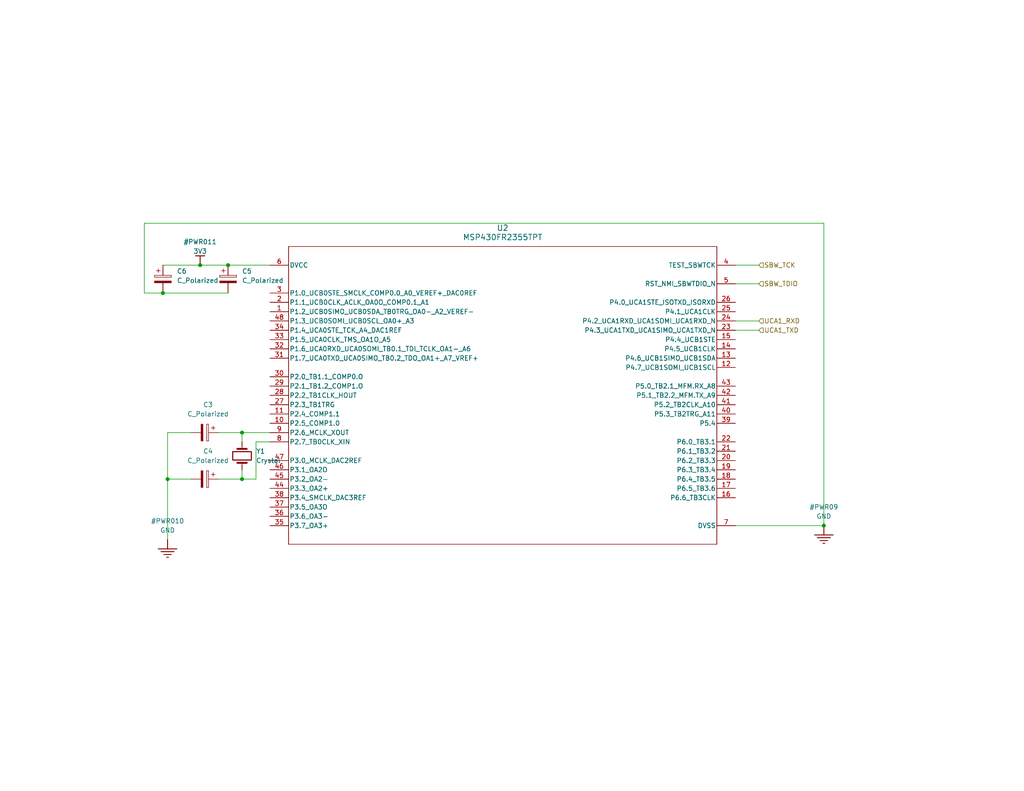
<source format=kicad_sch>
(kicad_sch (version 20230121) (generator eeschema)
  (paper "A")
  (lib_symbols
    (symbol "Device:C_Polarized" (pin_numbers hide) (pin_names (offset 0.254))
      (property "Reference" "C" (at 0.635 2.54 0))
      (property "Value" "C_Polarized" (at 0.635 -2.54 0))
      (symbol "C_Polarized_0_1"
        (rectangle (start -2.286 0.508) (end 2.286 1.016))
        (polyline (pts (xy -1.778 2.286) (xy -0.762 2.286)))
        (polyline (pts (xy -1.27 2.794) (xy -1.27 1.778)))
        (rectangle (start 2.286 -0.508) (end -2.286 -1.016) (fill (type outline)))
      )
      (symbol "C_Polarized_1_1"
        (pin passive line (at 0 3.81 270) (length 2.794) (name "~") (number "1"))
        (pin passive line (at 0 -3.81 90) (length 2.794) (name "~") (number "2"))
      )
    )
    (symbol "Device:Crystal" (pin_numbers hide) (pin_names (offset 1.016) hide)
      (property "Reference" "Y" (at 0 3.81 0))
      (property "Value" "Crystal" (at 0 -3.81 0))
      (symbol "Crystal_0_1"
        (rectangle (start -1.143 2.54) (end 1.143 -2.54) (stroke (width 0.3048)))
        (polyline (pts (xy -2.54 0) (xy -1.905 0)))
        (polyline (pts (xy -1.905 -1.27) (xy -1.905 1.27)) (stroke (width 0.508)))
        (polyline (pts (xy 1.905 -1.27) (xy 1.905 1.27)) (stroke (width 0.508)))
        (polyline (pts (xy 2.54 0) (xy 1.905 0)))
      )
      (symbol "Crystal_1_1"
        (pin passive line (at -3.81 0 0) (length 1.27) (name "1") (number "1"))
        (pin passive line (at 3.81 0 180) (length 1.27) (name "2") (number "2"))
      )
    )
    (symbol "MEB-altium-import:3V3" (power)
      (property "Reference" "#PWR" (at 0 0 0))
      (property "Value" "3V3" (at 0 3.81 0))
      (symbol "3V3_0_0"
        (polyline (pts (xy -1.27 -2.54) (xy 1.27 -2.54)) (stroke (width 0.254)))
        (polyline (pts (xy 0 0) (xy 0 -2.54)) (stroke (width 0.254)))
        (pin power_in line (at 0 0 0) (length 0) hide (name "3V3") (number ""))
      )
    )
    (symbol "MEB-altium-import:GND" (power)
      (property "Reference" "#PWR" (at 0 0 0))
      (property "Value" "GND" (at 0 6.35 0))
      (symbol "GND_0_0"
        (polyline (pts (xy -2.54 -2.54) (xy 2.54 -2.54)) (stroke (width 0.254)))
        (polyline (pts (xy -1.778 -3.302) (xy 1.778 -3.302)) (stroke (width 0.254)))
        (polyline (pts (xy -1.016 -4.064) (xy 1.016 -4.064)) (stroke (width 0.254)))
        (polyline (pts (xy -0.254 -4.826) (xy 0.254 -4.826)) (stroke (width 0.254)))
        (polyline (pts (xy 0 0) (xy 0 -2.54)) (stroke (width 0.254)))
        (pin power_in line (at 0 0 0) (length 0) hide (name "GND") (number ""))
      )
    )
    (symbol "SWLib:MSP430FR2355TPT" (pin_names (offset 0.254))
      (property "Reference" "U" (at 0 2.54 0))
      (property "Value" "MSP430FR2355TPT" (at 0 0 0))
      (symbol "MSP430FR2355TPT_0_1"
        (polyline (pts (xy -58.42 -40.64) (xy 58.42 -40.64)))
        (polyline (pts (xy -58.42 40.64) (xy -58.42 -40.64)) (stroke (width 0.2032)))
        (polyline (pts (xy -58.42 40.64) (xy 58.42 40.64)))
        (polyline (pts (xy 58.42 -40.64) (xy 58.42 40.64)) (stroke (width 0.2032)))
        (pin bidirectional line (at -63.5 22.86 0) (length 5.08) (name "P1.2_UCB0SIMO_UCB0SDA_TB0TRG_OA0-_A2_VEREF-") (number "1"))
        (pin bidirectional line (at -63.5 -7.62 0) (length 5.08) (name "P2.5_COMP1.0") (number "10"))
        (pin bidirectional line (at -63.5 -5.08 0) (length 5.08) (name "P2.4_COMP1.1") (number "11"))
        (pin bidirectional line (at 63.5 7.62 180) (length 5.08) (name "P4.7_UCB1SOMI_UCB1SCL") (number "12"))
        (pin bidirectional line (at 63.5 10.16 180) (length 5.08) (name "P4.6_UCB1SIMO_UCB1SDA") (number "13"))
        (pin bidirectional line (at 63.5 12.7 180) (length 5.08) (name "P4.5_UCB1CLK") (number "14"))
        (pin bidirectional line (at 63.5 15.24 180) (length 5.08) (name "P4.4_UCB1STE") (number "15"))
        (pin bidirectional line (at 63.5 -27.94 180) (length 5.08) (name "P6.6_TB3CLK") (number "16"))
        (pin bidirectional line (at 63.5 -25.4 180) (length 5.08) (name "P6.5_TB3.6") (number "17"))
        (pin bidirectional line (at 63.5 -22.86 180) (length 5.08) (name "P6.4_TB3.5") (number "18"))
        (pin bidirectional line (at 63.5 -20.32 180) (length 5.08) (name "P6.3_TB3.4") (number "19"))
        (pin bidirectional line (at -63.5 25.4 0) (length 5.08) (name "P1.1_UCB0CLK_ACLK_OA0O_COMP0.1_A1") (number "2"))
        (pin bidirectional line (at 63.5 -17.78 180) (length 5.08) (name "P6.2_TB3.3") (number "20"))
        (pin bidirectional line (at 63.5 -15.24 180) (length 5.08) (name "P6.1_TB3.2") (number "21"))
        (pin bidirectional line (at 63.5 -12.7 180) (length 5.08) (name "P6.0_TB3.1") (number "22"))
        (pin bidirectional line (at 63.5 17.78 180) (length 5.08) (name "P4.3_UCA1TXD_UCA1SIMO_UCA1TXD_N") (number "23"))
        (pin bidirectional line (at 63.5 20.32 180) (length 5.08) (name "P4.2_UCA1RXD_UCA1SOMI_UCA1RXD_N") (number "24"))
        (pin bidirectional line (at 63.5 22.86 180) (length 5.08) (name "P4.1_UCA1CLK") (number "25"))
        (pin bidirectional line (at 63.5 25.4 180) (length 5.08) (name "P4.0_UCA1STE_ISOTXD_ISORXD") (number "26"))
        (pin bidirectional line (at -63.5 -2.54 0) (length 5.08) (name "P2.3_TB1TRG") (number "27"))
        (pin bidirectional line (at -63.5 0 0) (length 5.08) (name "P2.2_TB1CLK_HOUT") (number "28"))
        (pin bidirectional line (at -63.5 2.54 0) (length 5.08) (name "P2.1_TB1.2_COMP1.O") (number "29"))
        (pin bidirectional line (at -63.5 27.94 0) (length 5.08) (name "P1.0_UCB0STE_SMCLK_COMP0.0_A0_VEREF+_DAC0REF") (number "3"))
        (pin bidirectional line (at -63.5 5.08 0) (length 5.08) (name "P2.0_TB1.1_COMP0.O") (number "30"))
        (pin bidirectional line (at -63.5 10.16 0) (length 5.08) (name "P1.7_UCA0TXD_UCA0SIMO_TB0.2_TDO_OA1+_A7_VREF+") (number "31"))
        (pin bidirectional line (at -63.5 12.7 0) (length 5.08) (name "P1.6_UCA0RXD_UCA0SOMI_TB0.1_TDI_TCLK_OA1-_A6") (number "32"))
        (pin bidirectional line (at -63.5 15.24 0) (length 5.08) (name "P1.5_UCA0CLK_TMS_OA1O_A5") (number "33"))
        (pin bidirectional line (at -63.5 17.78 0) (length 5.08) (name "P1.4_UCA0STE_TCK_A4_DAC1REF") (number "34"))
        (pin bidirectional line (at -63.5 -35.56 0) (length 5.08) (name "P3.7_OA3+") (number "35"))
        (pin bidirectional line (at -63.5 -33.02 0) (length 5.08) (name "P3.6_OA3-") (number "36"))
        (pin bidirectional line (at -63.5 -30.48 0) (length 5.08) (name "P3.5_OA3O") (number "37"))
        (pin bidirectional line (at -63.5 -27.94 0) (length 5.08) (name "P3.4_SMCLK_DAC3REF") (number "38"))
        (pin bidirectional line (at 63.5 -7.62 180) (length 5.08) (name "P5.4") (number "39"))
        (pin input line (at 63.5 35.56 180) (length 5.08) (name "TEST_SBWTCK") (number "4"))
        (pin bidirectional line (at 63.5 -5.08 180) (length 5.08) (name "P5.3_TB2TRG_A11") (number "40"))
        (pin bidirectional line (at 63.5 -2.54 180) (length 5.08) (name "P5.2_TB2CLK_A10") (number "41"))
        (pin bidirectional line (at 63.5 0 180) (length 5.08) (name "P5.1_TB2.2_MFM.TX_A9") (number "42"))
        (pin bidirectional line (at 63.5 2.54 180) (length 5.08) (name "P5.0_TB2.1_MFM.RX_A8") (number "43"))
        (pin bidirectional line (at -63.5 -25.4 0) (length 5.08) (name "P3.3_OA2+") (number "44"))
        (pin bidirectional line (at -63.5 -22.86 0) (length 5.08) (name "P3.2_OA2-") (number "45"))
        (pin bidirectional line (at -63.5 -20.32 0) (length 5.08) (name "P3.1_OA2O") (number "46"))
        (pin bidirectional line (at -63.5 -17.78 0) (length 5.08) (name "P3.0_MCLK_DAC2REF") (number "47"))
        (pin bidirectional line (at -63.5 20.32 0) (length 5.08) (name "P1.3_UCB0SOMI_UCB0SCL_OA0+_A3") (number "48"))
        (pin bidirectional line (at 63.5 30.48 180) (length 5.08) (name "RST_NMI_SBWTDIO_N") (number "5"))
        (pin power_in line (at -63.5 35.56 0) (length 5.08) (name "DVCC") (number "6"))
        (pin power_in line (at 63.5 -35.56 180) (length 5.08) (name "DVSS") (number "7"))
        (pin bidirectional line (at -63.5 -12.7 0) (length 5.08) (name "P2.7_TB0CLK_XIN") (number "8"))
        (pin bidirectional line (at -63.5 -10.16 0) (length 5.08) (name "P2.6_MCLK_XOUT") (number "9"))
      )
    )
  )
  (junction (at 44.45 80.01))
  (junction (at 66.04 130.81))
  (junction (at 54.61 72.39))
  (junction (at 45.72 130.81))
  (junction (at 224.79 143.51))
  (junction (at 66.04 118.11))
  (junction (at 62.23 72.39))
  (wire (pts (xy 200.66 87.63) (xy 207.01 87.63)))
  (wire (pts (xy 66.04 128.27) (xy 66.04 130.81)))
  (wire (pts (xy 39.37 80.01) (xy 39.37 60.96)))
  (wire (pts (xy 44.45 72.39) (xy 54.61 72.39)))
  (wire (pts (xy 200.66 90.17) (xy 207.01 90.17)))
  (wire (pts (xy 66.04 118.11) (xy 66.04 120.65)))
  (wire (pts (xy 59.69 118.11) (xy 66.04 118.11)))
  (wire (pts (xy 44.45 80.01) (xy 39.37 80.01)))
  (wire (pts (xy 200.66 77.47) (xy 207.01 77.47)))
  (wire (pts (xy 66.04 118.11) (xy 73.66 118.11)))
  (wire (pts (xy 54.61 72.39) (xy 62.23 72.39)))
  (wire (pts (xy 39.37 60.96) (xy 224.79 60.96)))
  (wire (pts (xy 73.66 120.65) (xy 69.85 120.65)))
  (wire (pts (xy 224.79 143.51) (xy 200.66 143.51)))
  (wire (pts (xy 45.72 130.81) (xy 52.07 130.81)))
  (wire (pts (xy 62.23 72.39) (xy 73.66 72.39)))
  (wire (pts (xy 45.72 118.11) (xy 52.07 118.11)))
  (wire (pts (xy 200.66 72.39) (xy 207.01 72.39)))
  (wire (pts (xy 224.79 60.96) (xy 224.79 143.51)))
  (wire (pts (xy 66.04 130.81) (xy 59.69 130.81)))
  (wire (pts (xy 45.72 130.81) (xy 45.72 118.11)))
  (wire (pts (xy 69.85 130.81) (xy 66.04 130.81)))
  (wire (pts (xy 45.72 147.32) (xy 45.72 130.81)))
  (wire (pts (xy 62.23 80.01) (xy 44.45 80.01)))
  (wire (pts (xy 69.85 130.81) (xy 69.85 120.65)))
  (hierarchical_label "UCA1_RXD" (shape input) (at 207.01 87.63 0))
  (hierarchical_label "SBW_TDIO" (shape input) (at 207.01 77.47 0))
  (hierarchical_label "SBW_TCK" (shape input) (at 207.01 72.39 0))
  (hierarchical_label "UCA1_TXD" (shape input) (at 207.01 90.17 0))
  (symbol (lib_id "SWLib:MSP430FR2355TPT") (at 137.16 107.95 0) (unit 1)
    (property "Reference" "U2" (at 137.16 62.23 0) (effects (font (size 1.524 1.524))))
    (property "Value" "MSP430FR2355TPT" (at 137.16 64.77 0) (effects (font (size 1.524 1.524))))
    (property "Footprint" "SWLib:PT0048A_N" (effects hide))
    (property "Datasheet" "MSP430FR2355TPT" (effects hide))
  )
  (symbol (lib_id "MEB-altium-import:GND") (at 224.79 143.51 0) (unit 1)
    (property "Reference" "#PWR09" (at 224.79 138.43 0))
    (property "Value" "GND" (at 224.79 140.97 0))
  )
  (symbol (lib_id "MEB-altium-import:3V3") (at 54.61 72.39 180) (unit 1)
    (property "Reference" "#PWR011" (at 54.61 66.04 0))
    (property "Value" "3V3" (at 54.61 68.58 0))
  )
  (symbol (lib_id "Device:C_Polarized") (at 55.88 130.81 270) (unit 1)
    (property "Reference" "C4" (at 56.769 123.19 90))
    (property "Value" "C_Polarized" (at 56.769 125.73 90))
  )
  (symbol (lib_id "MEB-altium-import:GND") (at 45.72 147.32 0) (unit 1)
    (property "Reference" "#PWR010" (at 45.72 142.24 0))
    (property "Value" "GND" (at 45.72 144.78 0))
  )
  (symbol (lib_id "Device:C_Polarized") (at 55.88 118.11 270) (unit 1)
    (property "Reference" "C3" (at 56.769 110.49 90))
    (property "Value" "C_Polarized" (at 56.769 113.03 90))
  )
  (symbol (lib_id "Device:Crystal") (at 66.04 124.46 270) (unit 1)
    (property "Reference" "Y1" (at 69.85 123.19 90) (effects (justify left)))
    (property "Value" "Crystal" (at 69.85 125.73 90) (effects (justify left)))
  )
  (symbol (lib_id "Device:C_Polarized") (at 62.23 76.2 0) (unit 1)
    (property "Reference" "C5" (at 66.04 74.041 0) (effects (justify left)))
    (property "Value" "C_Polarized" (at 66.04 76.581 0) (effects (justify left)))
  )
  (symbol (lib_id "Device:C_Polarized") (at 44.45 76.2 0) (unit 1)
    (property "Reference" "C6" (at 48.26 74.041 0) (effects (justify left)))
    (property "Value" "C_Polarized" (at 48.26 76.581 0) (effects (justify left)))
  )
)
</source>
